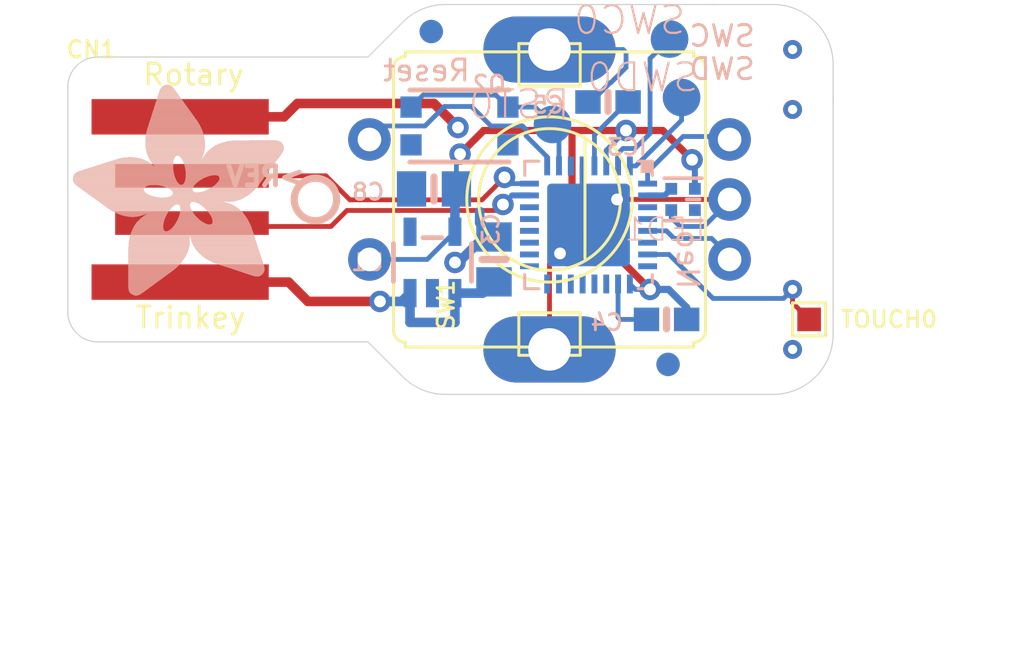
<source format=kicad_pcb>
(kicad_pcb (version 20211014) (generator pcbnew)
  (layers (0 "F.Cu" signal) (31 "B.Cu" signal) (34 "B.Paste" user) (35 "F.Paste" user) (36 "B.SilkS" user "B.Silkscreen") (37 "F.SilkS" user "F.Silkscreen") (38 "B.Mask" user) (39 "F.Mask" user) (44 "Edge.Cuts" user))
  (net 0 "")
  (net 1 "GND")
  (net 2 "D-")
  (net 3 "D+")
  (net 4 "VBUS")
  (net 5 "~{RESET}")
  (net 6 "3.3V")
  (net 7 "SWCLK")
  (net 8 "SWDIO")
  (net 9 "VDDCORE1")
  (net 10 "ROT2")
  (net 11 "SWITCH")
  (net 12 "ROT1")
  (net 13 "N$1")
  (net 14 "TOUCH")
  (footprint "boardEagle:USBA_PCB" (layer "F.Cu") (at 137.2616 105.0036)
    (fp_text reference "CN1" (at -5.08 -6.35) (layer "F.SilkS") (effects (font (size 0.692831 0.692831) (thickness 0.119969)) (justify left)))
    (fp_text value "")
    (pad "GND" smd rect (at -0.2 -3.5) (size 7.5 1.5) (layers "F.Cu" "F.Mask") (net 1 "GND"))
    (pad "USB_NEG" smd rect (at 0.3 1) (size 6.5 1) (layers "F.Cu" "F.Mask") (net 2 "D-"))
    (pad "USB_PLUS" smd rect (at 0.3 -1) (size 6.5 1) (layers "F.Cu" "F.Mask") (net 3 "D+"))
    (pad "VCC" smd rect (at -0.2 3.5) (size 7.5 1.5) (layers "F.Cu" "F.Mask") (net 4 "VBUS"))
  )
  (footprint "boardEagle:TESTPOINT_PAD_1MM" (layer "F.Cu") (at 163.6776 110.0836)
    (fp_text reference "TOUCH0" (at 1.27 0) (layer "F.SilkS") (effects (font (size 0.692831 0.692831) (thickness 0.119969)) (justify left)))
    (fp_text value "")
    (pad "P$1" smd rect (at 0 0) (size 1 1) (layers "F.Cu" "F.Mask") (net 14 "TOUCH"))
  )
  (footprint "boardEagle:PEC11+SWITCH" (layer "F.Cu") (at 152.6921 105.0036 90)
    (fp_text reference "SW1" (at -5.6 -4.38 90) (layer "F.SilkS") (effects (font (size 0.692831 0.692831) (thickness 0.119969)) (justify left)))
    (fp_text value "PEC11")
    (pad "P$1" thru_hole circle (at -2.54 -7.62 90) (size 1.8 1.8) (drill 1) (layers *.Cu *.Mask) (net 6 "3.3V"))
    (pad "P$2" thru_hole circle (at 2.54 -7.62 90) (size 1.8 1.8) (drill 1) (layers *.Cu *.Mask) (net 11 "SWITCH"))
    (pad "P$A" thru_hole circle (at -2.54 7.62 90) (size 1.8 1.8) (drill 1) (layers *.Cu *.Mask) (net 10 "ROT2"))
    (pad "P$B" thru_hole circle (at 2.54 7.62 90) (size 1.8 1.8) (drill 1) (layers *.Cu *.Mask) (net 12 "ROT1"))
    (pad "P$C" thru_hole circle (at 0 7.62 90) (size 1.8 1.8) (drill 1) (layers *.Cu *.Mask) (net 1 "GND"))
    (pad "P$GND1" thru_hole oval (at -6.35 0 180) (size 5.6 2.8) (drill 1.8) (layers *.Cu *.Mask) (net 1 "GND"))
    (pad "P$GND2" thru_hole oval (at 6.35 0 180) (size 5.6 2.8) (drill 1.8) (layers *.Cu *.Mask) (net 1 "GND"))
  )
  (footprint "boardEagle:PCBFEAT-REV-040" (layer "B.Cu") (at 142.7861 105.0036)
    (fp_text reference "U$8" hide)
    (fp_text value "" hide)
    (fp_text user ">REV" (at -0.3556 -0.508 180) (layer "B.SilkS") (effects (font (size 0.8128 0.8128) (thickness 0.2032)) (justify left bottom mirror)))
  )
  (footprint "boardEagle:FIDUCIAL_1MM" (layer "B.Cu") (at 147.6883 97.8916 180)
    (fp_text reference "FID2" hide)
    (fp_text value "FIDUCIAL_1MM" hide)
    (pad "1" smd roundrect (at 0 0 180) (size 1 1) (layers "B.Cu" "B.Mask") (roundrect_rratio 0.5))
  )
  (footprint "boardEagle:0603-NO" (layer "B.Cu") (at 155.1686 100.8761 180)
    (fp_text reference "C5" (at 1.778 -0.127) (layer "B.SilkS") (effects (font (size 0.692831 0.692831) (thickness 0.119969)) (justify left mirror)))
    (fp_text value "1uF")
    (pad "1" smd rect (at -0.85 0 180) (size 1.075 1) (layers "B.Cu" "B.Paste" "B.Mask") (net 9 "VDDCORE1"))
    (pad "2" smd rect (at 0.85 0 180) (size 1.075 1) (layers "B.Cu" "B.Paste" "B.Mask") (net 1 "GND"))
  )
  (footprint "boardEagle:TP16R" (layer "B.Cu") (at 157.7721 98.2091 180)
    (fp_text reference "SWC0" (at -0.7501 0.8001) (layer "B.SilkS") (effects (font (size 1.176528 1.176528) (thickness 0.093472)) (justify left mirror)))
    (fp_text value "TPTP16R")
    (pad "TP" smd roundrect (at 0 0 180) (size 1.6 1.6) (layers "B.Cu" "B.Mask") (roundrect_rratio 0.5) (net 7 "SWCLK"))
  )
  (footprint "boardEagle:0805-NO" (layer "B.Cu") (at 150.3426 107.5436 90)
    (fp_text reference "C3" (at 2.032 -0.127 90) (layer "B.SilkS") (effects (font (size 0.692831 0.692831) (thickness 0.119969)) (justify left mirror)))
    (fp_text value "10uF")
    (pad "1" smd rect (at -0.95 0 90) (size 1.24 1.5) (layers "B.Cu" "B.Paste" "B.Mask") (net 4 "VBUS"))
    (pad "2" smd rect (at 0.95 0 90) (size 1.24 1.5) (layers "B.Cu" "B.Paste" "B.Mask") (net 1 "GND"))
  )
  (footprint "boardEagle:BTN_KMR2_4.6X2.8" (layer "B.Cu") (at 148.8821 101.8921 180)
    (fp_text reference "Q2" (at -2.032 1.778) (layer "B.SilkS") (effects (font (size 0.692831 0.692831) (thickness 0.119969)) (justify left mirror)))
    (fp_text value "reset")
    (pad "A" smd rect (at 2.05 0.8 180) (size 0.9 0.9) (layers "B.Cu" "B.Paste" "B.Mask") (net 5 "~{RESET}"))
    (pad "A'" smd rect (at -2.05 0.8 180) (size 0.9 0.9) (layers "B.Cu" "B.Paste" "B.Mask") (net 5 "~{RESET}"))
    (pad "B" smd rect (at 2.05 -0.8 180) (size 0.9 0.9) (layers "B.Cu" "B.Paste" "B.Mask") (net 1 "GND"))
    (pad "B'" smd rect (at -2.05 -0.8 180) (size 0.9 0.9) (layers "B.Cu" "B.Paste" "B.Mask") (net 1 "GND"))
  )
  (footprint "boardEagle:SOT23-5" (layer "B.Cu") (at 147.7391 107.6706 180)
    (fp_text reference "U1" (at 1.978 0) (layer "B.SilkS") (effects (font (size 0.692831 0.692831) (thickness 0.119969)) (justify left mirror)))
    (fp_text value "AP2112K-3.3")
    (pad "1" smd rect (at -0.95 -1.3001 180) (size 0.55 1.2) (layers "B.Cu" "B.Paste" "B.Mask") (net 4 "VBUS"))
    (pad "2" smd rect (at 0 -1.3001 180) (size 0.55 1.2) (layers "B.Cu" "B.Paste" "B.Mask") (net 1 "GND"))
    (pad "3" smd rect (at 0.95 -1.3001 180) (size 0.55 1.2) (layers "B.Cu" "B.Paste" "B.Mask") (net 4 "VBUS"))
    (pad "4" smd rect (at 0.95 1.3001 180) (size 0.55 1.2) (layers "B.Cu" "B.Paste" "B.Mask"))
    (pad "5" smd rect (at -0.95 1.3001 180) (size 0.55 1.2) (layers "B.Cu" "B.Paste" "B.Mask") (net 6 "3.3V"))
  )
  (footprint "boardEagle:0805-NO" (layer "B.Cu") (at 147.8026 104.5591 180)
    (fp_text reference "C8" (at 2.032 -0.127) (layer "B.SilkS") (effects (font (size 0.692831 0.692831) (thickness 0.119969)) (justify left mirror)))
    (fp_text value "10uF")
    (pad "1" smd rect (at -0.95 0 180) (size 1.24 1.5) (layers "B.Cu" "B.Paste" "B.Mask") (net 6 "3.3V"))
    (pad "2" smd rect (at 0.95 0 180) (size 1.24 1.5) (layers "B.Cu" "B.Paste" "B.Mask") (net 1 "GND"))
  )
  (footprint "boardEagle:FIDUCIAL_1MM" (layer "B.Cu") (at 157.7086 111.9886 180)
    (fp_text reference "FID1" hide)
    (fp_text value "FIDUCIAL_1MM" hide)
    (pad "1" smd roundrect (at 0 0 180) (size 1 1) (layers "B.Cu" "B.Mask") (roundrect_rratio 0.5))
  )
  (footprint "boardEagle:TP16R" (layer "B.Cu") (at 158.2801 100.6856 180)
    (fp_text reference "SWD0" (at -0.8001 0.8499) (layer "B.SilkS") (effects (font (size 1.176528 1.176528) (thickness 0.093472)) (justify left mirror)))
    (fp_text value "TPTP16R")
    (pad "TP" smd roundrect (at 0 0 180) (size 1.6 1.6) (layers "B.Cu" "B.Mask") (roundrect_rratio 0.5) (net 8 "SWDIO"))
  )
  (footprint "boardEagle:SK6805_1515" (layer "B.Cu") (at 158.3436 105.0036)
    (fp_text reference "LED1" (at -2.54 1.27) (layer "B.SilkS") (effects (font (size 0.941222 0.941222) (thickness 0.074778)) (justify right mirror)))
    (fp_text value "WS2812B_SK6805_1515")
    (pad "1" smd rect (at -0.5 -0.45) (size 0.5 0.5) (layers "B.Cu" "B.Paste" "B.Mask") (net 13 "N$1"))
    (pad "2" smd rect (at 0.5 -0.45) (size 0.5 0.5) (layers "B.Cu" "B.Paste" "B.Mask") (net 6 "3.3V"))
    (pad "3" smd rect (at 0.5 0.45) (size 0.5 0.5) (layers "B.Cu" "B.Paste" "B.Mask"))
    (pad "4" smd rect (at -0.5 0.45) (size 0.5 0.5) (layers "B.Cu" "B.Paste" "B.Mask") (net 1 "GND"))
  )
  (footprint "boardEagle:QFN32_5MM" (layer "B.Cu") (at 154.3431 106.0831 180)
    (fp_text reference "IC3" (at -2.54 3.298) (layer "B.SilkS") (effects (font (size 0.692831 0.692831) (thickness 0.119969)) (justify left mirror)))
    (fp_text value "ATSAMD21E")
    (pad "1" smd rect (at -2.5 1.75 90) (size 0.25 0.8) (layers "B.Cu" "B.Paste") (net 12 "ROT1"))
    (pad "2" smd rect (at -2.5 1.25 90) (size 0.25 0.8) (layers "B.Cu" "B.Paste") (net 13 "N$1"))
    (pad "3" smd rect (at -2.5 0.75 90) (size 0.25 0.8) (layers "B.Cu" "B.Paste"))
    (pad "4" smd rect (at -2.5 0.25 90) (size 0.25 0.8) (layers "B.Cu" "B.Paste"))
    (pad "5" smd rect (at -2.5 -0.25 90) (size 0.25 0.8) (layers "B.Cu" "B.Paste") (net 10 "ROT2"))
    (pad "6" smd rect (at -2.5 -0.75 90) (size 0.25 0.8) (layers "B.Cu" "B.Paste"))
    (pad "7" smd rect (at -2.5 -1.25 90) (size 0.25 0.8) (layers "B.Cu" "B.Paste") (net 14 "TOUCH"))
    (pad "8" smd rect (at -2.5 -1.75 90) (size 0.25 0.8) (layers "B.Cu" "B.Paste"))
    (pad "9" smd rect (at -1.75 -2.5) (size 0.25 0.8) (layers "B.Cu" "B.Paste") (net 6 "3.3V"))
    (pad "10" smd rect (at -1.25 -2.5) (size 0.25 0.8) (layers "B.Cu" "B.Paste") (net 1 "GND"))
    (pad "11" smd rect (at -0.75 -2.5) (size 0.25 0.8) (layers "B.Cu" "B.Paste"))
    (pad "12" smd rect (at -0.25 -2.5) (size 0.25 0.8) (layers "B.Cu" "B.Paste"))
    (pad "13" smd rect (at 0.25 -2.5) (size 0.25 0.8) (layers "B.Cu" "B.Paste"))
    (pad "14" smd rect (at 0.75 -2.5) (size 0.25 0.8) (layers "B.Cu" "B.Paste"))
    (pad "15" smd rect (at 1.25 -2.5) (size 0.25 0.8) (layers "B.Cu" "B.Paste"))
    (pad "16" smd rect (at 1.75 -2.5) (size 0.25 0.8) (layers "B.Cu" "B.Paste"))
    (pad "17" smd rect (at 2.5 -1.75 270) (size 0.25 0.8) (layers "B.Cu" "B.Paste"))
    (pad "18" smd rect (at 2.5 -1.25 270) (size 0.25 0.8) (layers "B.Cu" "B.Paste"))
    (pad "19" smd rect (at 2.5 -0.75 270) (size 0.25 0.8) (layers "B.Cu" "B.Paste"))
    (pad "20" smd rect (at 2.5 -0.25 270) (size 0.25 0.8) (layers "B.Cu" "B.Paste"))
    (pad "21" smd rect (at 2.5 0.25 270) (size 0.25 0.8) (layers "B.Cu" "B.Paste"))
    (pad "22" smd rect (at 2.5 0.75 270) (size 0.25 0.8) (layers "B.Cu" "B.Paste"))
    (pad "23" smd rect (at 2.5 1.25 270) (size 0.25 0.8) (layers "B.Cu" "B.Paste") (net 2 "D-"))
    (pad "24" smd rect (at 2.5 1.75 270) (size 0.25 0.8) (layers "B.Cu" "B.Paste") (net 3 "D+"))
    (pad "25" smd rect (at 1.75 2.5 180) (size 0.25 0.8) (layers "B.Cu" "B.Paste") (net 11 "SWITCH"))
    (pad "26" smd rect (at 1.25 2.5 180) (size 0.25 0.8) (layers "B.Cu" "B.Paste") (net 5 "~{RESET}"))
    (pad "27" smd rect (at 0.75 2.5 180) (size 0.25 0.8) (layers "B.Cu" "B.Paste"))
    (pad "28" smd rect (at 0.25 2.5 180) (size 0.25 0.8) (layers "B.Cu" "B.Paste") (net 1 "GND"))
    (pad "29" smd rect (at -0.25 2.5 180) (size 0.25 0.8) (layers "B.Cu" "B.Paste") (net 9 "VDDCORE1"))
    (pad "30" smd rect (at -0.75 2.5 180) (size 0.25 0.8) (layers "B.Cu" "B.Paste") (net 6 "3.3V"))
    (pad "31" smd rect (at -1.25 2.5 180) (size 0.25 0.8) (layers "B.Cu" "B.Paste") (net 7 "SWCLK"))
    (pad "32" smd rect (at -1.75 2.5 180) (size 0.25 0.8) (layers "B.Cu" "B.Paste") (net 8 "SWDIO"))
    (pad "33" smd roundrect (at 0 0 180) (size 3.5 3.5) (layers "B.Cu" "B.Mask") (roundrect_rratio 0.05) (net 1 "GND"))
  )
  (footprint "boardEagle:0603-NO" (layer "B.Cu") (at 157.6451 110.0836 180)
    (fp_text reference "C4" (at 1.778 -0.127) (layer "B.SilkS") (effects (font (size 0.692831 0.692831) (thickness 0.119969)) (justify left mirror)))
    (fp_text value "1uF")
    (pad "1" smd rect (at -0.85 0 180) (size 1.075 1) (layers "B.Cu" "B.Paste" "B.Mask") (net 6 "3.3V"))
    (pad "2" smd rect (at 0.85 0 180) (size 1.075 1) (layers "B.Cu" "B.Paste" "B.Mask") (net 1 "GND"))
  )
  (footprint "boardEagle:ADAFRUIT_9MM" (layer "B.Cu") (at 141.4526 109.0676 180)
    (fp_text reference "U$5" hide)
    (fp_text value "" hide)
  )
  (footprint "boardEagle:TP16R" (layer "B.Cu") (at 152.8191 101.8286 180)
    (fp_text reference "RST0" (at -0.8001 0.8499) (layer "B.SilkS") (effects (font (size 1.176528 1.176528) (thickness 0.093472)) (justify left mirror)))
    (fp_text value "TPTP16R")
    (pad "TP" smd roundrect (at 0 0 180) (size 1.6 1.6) (layers "B.Cu" "B.Mask") (roundrect_rratio 0.5) (net 5 "~{RESET}"))
  )
  (gr_arc (start 133.5786 111.0361) (mid 132.680574 110.664126) (end 132.3086 109.7661) (layer "Edge.Cuts") (width 0.05))
  (gr_line (start 148.283203 96.7486) (end 159.6136 96.7486) (layer "Edge.Cuts") (width 0.05))
  (gr_line (start 133.5786 98.9711) (end 145.0086 98.9711) (layer "Edge.Cuts") (width 0.05))
  (gr_arc (start 132.3086 100.2411) (mid 132.680574 99.343074) (end 133.5786 98.9711) (layer "Edge.Cuts") (width 0.05))
  (gr_arc (start 164.6936 110.7186) (mid 163.949651 112.514651) (end 162.1536 113.2586) (layer "Edge.Cuts") (width 0.05))
  (gr_line (start 159.7406 113.2586) (end 148.283203 113.2586) (layer "Edge.Cuts") (width 0.05))
  (gr_line (start 145.0086 111.0361) (end 133.5786 111.0361) (layer "Edge.Cuts") (width 0.05))
  (gr_arc (start 146.48715 97.49255) (mid 147.311186 96.941947) (end 148.283203 96.748601) (layer "Edge.Cuts") (width 0.05))
  (gr_line (start 145.0086 98.9711) (end 146.48715 97.49255) (layer "Edge.Cuts") (width 0.05))
  (gr_line (start 146.48715 112.51465) (end 145.0086 111.0361) (layer "Edge.Cuts") (width 0.05))
  (gr_line (start 159.5501 96.7486) (end 162.1536 96.7486) (layer "Edge.Cuts") (width 0.05))
  (gr_line (start 162.1536 113.2586) (end 159.5501 113.2586) (layer "Edge.Cuts") (width 0.05))
  (gr_arc (start 162.1536 96.7486) (mid 163.949651 97.492549) (end 164.6936 99.2886) (layer "Edge.Cuts") (width 0.05))
  (gr_line (start 132.3086 109.7661) (end 132.3086 100.2411) (layer "Edge.Cuts") (width 0.05))
  (gr_line (start 164.6936 100.5586) (end 164.6936 110.7186) (layer "Edge.Cuts") (width 0.05))
  (gr_line (start 164.6936 99.2886) (end 164.6936 100.9396) (layer "Edge.Cuts") (width 0.05))
  (gr_arc (start 148.283203 113.2586) (mid 147.311186 113.065254) (end 146.487149 112.514651) (layer "Edge.Cuts") (width 0.05))
  (gr_text "SWC" (at 159.9946 98.0821) (layer "B.SilkS") (effects (font (size 0.89408 0.89408) (thickness 0.12192)) (justify mirror)))
  (gr_text "Reset" (at 147.4851 99.5426) (layer "B.SilkS") (effects (font (size 0.89408 0.89408) (thickness 0.12192)) (justify mirror)))
  (gr_text "Neo" (at 158.5341 107.5436 -90) (layer "B.SilkS") (effects (font (size 0.89408 0.89408) (thickness 0.12192)) (justify mirror)))
  (gr_text "SWD" (at 159.9946 99.4791) (layer "B.SilkS") (effects (font (size 0.89408 0.89408) (thickness 0.12192)) (justify mirror)))
  (gr_text "Trinkey" (at 135.1026 110.5281) (layer "F.SilkS") (effects (font (size 0.89408 0.89408) (thickness 0.12192)) (justify left bottom)))
  (gr_text "Rotary" (at 135.4201 100.2411) (layer "F.SilkS") (effects (font (size 0.89408 0.89408) (thickness 0.12192)) (justify left bottom)))
  (segment (start 152.6921 107.7341) (end 153.1366 107.2896) (width 0.2032) (layer "F.Cu") (net 1))
  (segment (start 160.3121 105.0036) (end 155.5496 105.0036) (width 0.2032) (layer "F.Cu") (net 1))
  (segment (start 141.4601 101.5036) (end 142.0241 100.9396) (width 0.4064) (layer "F.Cu") (net 1))
  (segment (start 137.0616 101.5036) (end 141.4601 101.5036) (width 0.4064) (layer "F.Cu") (net 1))
  (segment (start 152.6921 111.3536) (end 152.6921 107.7341) (width 0.2032) (layer "F.Cu") (net 1))
  (segment (start 147.8026 100.9396) (end 148.8186 101.9556) (width 0.4064) (layer "F.Cu") (net 1))
  (segment (start 142.0241 100.9396) (end 147.8026 100.9396) (width 0.4064) (layer "F.Cu") (net 1))
  (via (at 148.8186 101.9556) (size 0.9064) (drill 0.5) (layers "F.Cu" "B.Cu") (net 1))
  (via (at 153.1366 107.2896) (size 0.9064) (drill 0.5) (layers "F.Cu" "B.Cu") (net 1))
  (via (at 155.5496 105.0036) (size 0.9064) (drill 0.5) (layers "F.Cu" "B.Cu") (net 1))
  (via (at 148.6916 107.6706) (size 0.9064) (drill 0.5) (layers "F.Cu" "B.Cu") (net 1))
  (segment (start 157.8436 105.7736) (end 158.2166 106.1466) (width 0.2032) (layer "B.Cu") (net 1))
  (segment (start 155.8036 98.6536) (end 152.6921 98.6536) (width 0.2032) (layer "B.Cu") (net 1))
  (segment (start 150.3426 106.5936) (end 149.916862 106.5936) (width 0.4064) (layer "B.Cu") (net 1))
  (segment (start 154.0931 103.5831) (end 154.0931 105.8331) (width 0.254) (layer "B.Cu") (net 1))
  (segment (start 156.7951 110.0836) (end 155.6766 110.0836) (width 0.2032) (layer "B.Cu") (net 1))
  (segment (start 148.839862 107.6706) (end 148.6916 107.6706) (width 0.4064) (layer "B.Cu") (net 1))
  (segment (start 155.5496 105.0036) (end 154.4701 106.0831) (width 0.2032) (layer "B.Cu") (net 1))
  (segment (start 155.2956 100.0506) (end 155.9306 99.4156) (width 0.2032) (layer "B.Cu") (net 1))
  (segment (start 155.5931 110.0001) (end 155.5931 108.5831) (width 0.2032) (layer "B.Cu") (net 1))
  (segment (start 155.6766 110.0836) (end 155.5931 110.0001) (width 0.2032) (layer "B.Cu") (net 1))
  (segment (start 155.2711 100.0506) (end 154.4456 100.8761) (width 0.2032) (layer "B.Cu") (net 1))
  (segment (start 154.3431 106.0831) (end 153.1366 107.2896) (width 0.2032) (layer "B.Cu") (net 1))
  (segment (start 150.3426 106.5936) (end 149.737 105.988) (width 0.4064) (layer "B.Cu") (net 1))
  (segment (start 159.2326 106.1466) (end 160.3121 105.0671) (width 0.2032) (layer "B.Cu") (net 1))
  (segment (start 149.916862 106.5936) (end 148.839862 107.6706) (width 0.4064) (layer "B.Cu") (net 1))
  (segment (start 154.0931 105.8331) (end 154.3431 106.0831) (width 0.254) (layer "B.Cu") (net 1))
  (segment (start 160.3121 105.0671) (end 160.3121 105.0036) (width 0.2032) (layer "B.Cu") (net 1))
  (segment (start 155.2711 100.0506) (end 155.2956 100.0506) (width 0.2032) (layer "B.Cu") (net 1))
  (segment (start 149.737 105.988) (end 149.737 105.519437) (width 0.4064) (layer "B.Cu") (net 1))
  (segment (start 155.9306 98.7806) (end 155.8036 98.6536) (width 0.2032) (layer "B.Cu") (net 1))
  (segment (start 158.2166 106.1466) (end 159.2326 106.1466) (width 0.2032) (layer "B.Cu") (net 1))
  (segment (start 154.3431 106.0831) (end 154.4701 106.0831) (width 0.2032) (layer "B.Cu") (net 1))
  (segment (start 157.8436 105.4536) (end 157.8436 105.7736) (width 0.2032) (layer "B.Cu") (net 1))
  (segment (start 155.9306 99.4156) (end 155.9306 98.7806) (width 0.2032) (layer "B.Cu") (net 1))
  (segment (start 154.3186 100.8761) (end 154.4456 100.8761) (width 0.2032) (layer "B.Cu") (net 1))
  (segment (start 150.4696 105.4696) (end 144.1196 105.4696) (width 0.2032) (layer "F.Cu") (net 2))
  (segment (start 143.4426 106.1466) (end 137.7046 106.1466) (width 0.2032) (layer "F.Cu") (net 2))
  (segment (start 144.1196 105.4696) (end 143.4426 106.1466) (width 0.2032) (layer "F.Cu") (net 2))
  (segment (start 150.7236 105.2156) (end 150.4696 105.4696) (width 0.2032) (layer "F.Cu") (net 2))
  (segment (start 137.7046 106.1466) (end 137.5616 106.0036) (width 0.2032) (layer "F.Cu") (net 2))
  (via (at 150.7236 105.2156) (size 0.9064) (drill 0.5) (layers "F.Cu" "B.Cu") (net 2))
  (segment (start 150.7236 105.2156) (end 150.7236 105.214096) (width 0.2032) (layer "B.Cu") (net 2))
  (segment (start 151.8431 104.8331) (end 151.1046 104.8331) (width 0.254) (layer "B.Cu") (net 2))
  (segment (start 151.1046 104.8331) (end 150.7236 105.214096) (width 0.2032) (layer "B.Cu") (net 2))
  (segment (start 144.2466 105.0204) (end 143.2298 104.0036) (width 0.2032) (layer "F.Cu") (net 3))
  (segment (start 144.2466 105.0204) (end 149.8346 105.0204) (width 0.2032) (layer "F.Cu") (net 3))
  (segment (start 149.8346 105.0204) (end 150.7871 104.0679) (width 0.2032) (layer "F.Cu") (net 3))
  (segment (start 137.5616 104.0036) (end 143.2298 104.0036) (width 0.2032) (layer "F.Cu") (net 3))
  (via (at 150.7871 104.0679) (size 0.9064) (drill 0.5) (layers "F.Cu" "B.Cu") (net 3))
  (segment (start 151.0523 104.3331) (end 151.8431 104.3331) (width 0.2032) (layer "B.Cu") (net 3))
  (segment (start 150.7871 104.0679) (end 151.0523 104.3331) (width 0.2032) (layer "B.Cu") (net 3))
  (segment (start 137.0616 108.5036) (end 141.6506 108.5036) (width 0.4064) (layer "F.Cu") (net 4))
  (segment (start 142.468603 109.3216) (end 141.6506 108.5036) (width 0.4064) (layer "F.Cu") (net 4))
  (segment (start 145.5166 109.3216) (end 142.468603 109.3216) (width 0.4064) (layer "F.Cu") (net 4))
  (via (at 145.5166 109.3216) (size 0.9064) (drill 0.5) (layers "F.Cu" "B.Cu") (net 4))
  (segment (start 148.6891 110.2106) (end 148.6891 108.9707) (width 0.4064) (layer "B.Cu") (net 4))
  (segment (start 146.7891 110.2106) (end 148.6891 110.2106) (width 0.4064) (layer "B.Cu") (net 4))
  (segment (start 146.7891 108.9707) (end 146.7891 110.2106) (width 0.4064) (layer "B.Cu") (net 4))
  (segment (start 148.6891 108.9707) (end 149.8655 108.9707) (width 0.4064) (layer "B.Cu") (net 4))
  (segment (start 149.8655 108.9707) (end 150.3426 108.4936) (width 0.4064) (layer "B.Cu") (net 4))
  (segment (start 146.4382 109.3216) (end 146.7891 108.9707) (width 0.4064) (layer "B.Cu") (net 4))
  (segment (start 145.5166 109.3216) (end 146.4382 109.3216) (width 0.4064) (layer "B.Cu") (net 4))
  (segment (start 153.0931 103.5831) (end 153.0931 102.5471) (width 0.2032) (layer "B.Cu") (net 5))
  (segment (start 153.0931 102.5471) (end 152.8191 102.2731) (width 0.2032) (layer "B.Cu") (net 5))
  (segment (start 147.3401 100.5841) (end 146.8321 101.0921) (width 0.2032) (layer "B.Cu") (net 5))
  (segment (start 150.4241 100.5841) (end 147.3401 100.5841) (width 0.2032) (layer "B.Cu") (net 5))
  (segment (start 152.0826 101.0921) (end 150.9321 101.0921) (width 0.2032) (layer "B.Cu") (net 5))
  (segment (start 150.9321 101.0921) (end 150.4241 100.5841) (width 0.2032) (layer "B.Cu") (net 5))
  (segment (start 152.8191 102.2731) (end 152.8191 101.8286) (width 0.2032) (layer "B.Cu") (net 5))
  (segment (start 152.8191 101.8286) (end 152.0826 101.0921) (width 0.2032) (layer "B.Cu") (net 5))
  (segment (start 157.484 102.0826) (end 155.9306 102.0826) (width 0.3048) (layer "F.Cu") (net 6))
  (segment (start 153.6446 102.0826) (end 153.6446 105.5116) (width 0.3048) (layer "F.Cu") (net 6))
  (segment (start 153.6446 105.5116) (end 156.9466 108.8136) (width 0.3048) (layer "F.Cu") (net 6))
  (segment (start 149.905606 102.0826) (end 148.906406 103.0818) (width 0.3048) (layer "F.Cu") (net 6))
  (segment (start 158.7246 103.3232) (end 157.484 102.0826) (width 0.3048) (layer "F.Cu") (net 6))
  (segment (start 153.6446 102.0826) (end 149.905606 102.0826) (width 0.3048) (layer "F.Cu") (net 6))
  (segment (start 155.9306 102.0826) (end 153.6446 102.0826) (width 0.3048) (layer "F.Cu") (net 6))
  (via (at 156.9466 108.8136) (size 0.9064) (drill 0.5) (layers "F.Cu" "B.Cu") (net 6))
  (via (at 158.7246 103.3232) (size 0.9064) (drill 0.5) (layers "F.Cu" "B.Cu") (net 6))
  (via (at 148.906406 103.0818) (size 0.9064) (drill 0.5) (layers "F.Cu" "B.Cu") (net 6))
  (via (at 155.9306 102.0826) (size 0.9064) (drill 0.5) (layers "F.Cu" "B.Cu") (net 6))
  (segment (start 148.6891 106.3705) (end 147.516 107.5436) (width 0.2032) (layer "B.Cu") (net 6))
  (segment (start 158.4951 109.5756) (end 157.7331 108.8136) (width 0.3048) (layer "B.Cu") (net 6))
  (segment (start 158.4951 109.5756) (end 158.4951 110.0836) (width 0.3048) (layer "B.Cu") (net 6))
  (segment (start 158.8436 104.5536) (end 158.8436 103.4422) (width 0.254) (layer "B.Cu") (net 6))
  (segment (start 148.906406 103.0818) (end 148.7526 103.235607) (width 0.2032) (layer "B.Cu") (net 6))
  (segment (start 155.0931 103.5831) (end 155.0931 102.9201) (width 0.2032) (layer "B.Cu") (net 6))
  (segment (start 148.6891 104.6226) (end 148.6891 106.3705) (width 0.4064) (layer "B.Cu") (net 6))
  (segment (start 147.516 107.5436) (end 145.0721 107.5436) (width 0.2032) (layer "B.Cu") (net 6))
  (segment (start 155.0931 102.9201) (end 155.9306 102.0826) (width 0.2032) (layer "B.Cu") (net 6))
  (segment (start 158.8436 103.4422) (end 158.7246 103.3232) (width 0.254) (layer "B.Cu") (net 6))
  (segment (start 156.9466 108.8136) (end 157.7331 108.8136) (width 0.3048) (layer "B.Cu") (net 6))
  (segment (start 148.7526 104.5591) (end 148.7526 103.235607) (width 0.2032) (layer "B.Cu") (net 6))
  (segment (start 156.0931 108.5831) (end 156.3236 108.8136) (width 0.2032) (layer "B.Cu") (net 6))
  (segment (start 148.7526 104.5591) (end 148.6891 104.6226) (width 0.4064) (layer "B.Cu") (net 6))
  (segment (start 156.3236 108.8136) (end 156.9466 108.8136) (width 0.2032) (layer "B.Cu") (net 6))
  (segment (start 155.8036 102.8446) (end 156.3116 102.8446) (width 0.2032) (layer "B.Cu") (net 7))
  (segment (start 156.9466 102.2096) (end 156.9466 99.0346) (width 0.2032) (layer "B.Cu") (net 7))
  (segment (start 155.5931 103.5831) (end 155.5931 103.0551) (width 0.2032) (layer "B.Cu") (net 7))
  (segment (start 156.3116 102.8446) (end 156.9466 102.2096) (width 0.2032) (layer "B.Cu") (net 7))
  (segment (start 156.9466 99.0346) (end 157.7721 98.2091) (width 0.2032) (layer "B.Cu") (net 7))
  (segment (start 155.5931 103.0551) (end 155.8036 102.8446) (width 0.2032) (layer "B.Cu") (net 7))
  (segment (start 158.2801 101.6501) (end 158.2801 100.6856) (width 0.2032) (layer "B.Cu") (net 8))
  (segment (start 158.2801 101.6501) (end 156.3471 103.5831) (width 0.2032) (layer "B.Cu") (net 8))
  (segment (start 156.0931 103.5831) (end 156.3471 103.5831) (width 0.2032) (layer "B.Cu") (net 8))
  (segment (start 154.5931 103.5831) (end 154.5931 102.2771) (width 0.2032) (layer "B.Cu") (net 9))
  (segment (start 155.9941 100.8761) (end 154.5931 102.2771) (width 0.2032) (layer "B.Cu") (net 9))
  (segment (start 156.0186 100.8761) (end 155.9941 100.8761) (width 0.2032) (layer "B.Cu") (net 9))
  (segment (start 160.3121 107.5036) (end 160.3121 107.5436) (width 0.254) (layer "B.Cu") (net 10))
  (segment (start 156.8431 106.3331) (end 157.6411 106.3331) (width 0.2032) (layer "B.Cu") (net 10))
  (segment (start 159.5501 106.6546) (end 160.3556 107.4601) (width 0.2032) (layer "B.Cu") (net 10))
  (segment (start 160.3556 107.4601) (end 160.3121 107.5036) (width 0.254) (layer "B.Cu") (net 10))
  (segment (start 157.6411 106.3331) (end 157.9626 106.6546) (width 0.2032) (layer "B.Cu") (net 10))
  (segment (start 157.9626 106.6546) (end 159.5501 106.6546) (width 0.2032) (layer "B.Cu") (net 10))
  (segment (start 151.5491 101.8921) (end 151.7041 102.0471) (width 0.2032) (layer "B.Cu") (net 11))
  (segment (start 147.4216 101.8921) (end 145.6436 101.8921) (width 0.2032) (layer "B.Cu") (net 11))
  (segment (start 152.5931 103.2021) (end 151.7041 102.3131) (width 0.2032) (layer "B.Cu") (net 11))
  (segment (start 145.0721 102.4636) (end 145.6436 101.8921) (width 0.2032) (layer "B.Cu") (net 11))
  (segment (start 148.2471 101.0666) (end 149.3901 101.0666) (width 0.2032) (layer "B.Cu") (net 11))
  (segment (start 149.3901 101.0666) (end 150.2156 101.8921) (width 0.2032) (layer "B.Cu") (net 11))
  (segment (start 152.5931 103.5831) (end 152.5931 103.2021) (width 0.2032) (layer "B.Cu") (net 11))
  (segment (start 150.2156 101.8921) (end 151.5491 101.8921) (width 0.2032) (layer "B.Cu") (net 11))
  (segment (start 147.4216 101.8921) (end 148.2471 101.0666) (width 0.2032) (layer "B.Cu") (net 11))
  (segment (start 151.7041 102.0471) (end 151.7041 102.3131) (width 0.2032) (layer "B.Cu") (net 11))
  (segment (start 160.3121 102.4636) (end 160.3121 102.3366) (width 0.254) (layer "B.Cu") (net 12))
  (segment (start 158.3436 102.3366) (end 156.8431 103.8371) (width 0.2032) (layer "B.Cu") (net 12))
  (segment (start 160.3121 102.3366) (end 158.3436 102.3366) (width 0.2032) (layer "B.Cu") (net 12))
  (segment (start 156.8431 104.3331) (end 156.8431 103.8371) (width 0.2032) (layer "B.Cu") (net 12))
  (segment (start 157.8436 104.5536) (end 157.5641 104.8331) (width 0.254) (layer "B.Cu") (net 13))
  (segment (start 156.8431 104.8331) (end 157.5641 104.8331) (width 0.254) (layer "B.Cu") (net 13))
  (segment (start 162.9791 109.3851) (end 162.9791 108.8136) (width 0.2032) (layer "F.Cu") (net 14))
  (segment (start 163.6776 110.0836) (end 162.9791 109.3851) (width 0.2032) (layer "F.Cu") (net 14))
  (via (at 162.9791 98.6536) (size 0.8001) (drill 0.3937) (layers "F.Cu" "B.Cu") (net 14))
  (via (at 162.9791 101.1936) (size 0.8001) (drill 0.3937) (layers "F.Cu" "B.Cu") (net 14))
  (via (at 162.9791 108.8136) (size 0.8001) (drill 0.3937) (layers "F.Cu" "B.Cu") (net 14))
  (via (at 162.9791 111.3536) (size 0.8001) (drill 0.3937) (layers "F.Cu" "B.Cu") (net 14))
  (segment (start 162.5981 109.1946) (end 162.9791 108.8136) (width 0.2032) (layer "B.Cu") (net 14))
  (segment (start 157.7521 107.3331) (end 159.6136 109.1946) (width 0.2032) (layer "B.Cu") (net 14))
  (segment (start 159.6136 109.1946) (end 162.5981 109.1946) (width 0.2032) (layer "B.Cu") (net 14))
  (segment (start 156.8431 107.3331) (end 157.7521 107.3331) (width 0.2032) (layer "B.Cu") (net 14))
)
</source>
